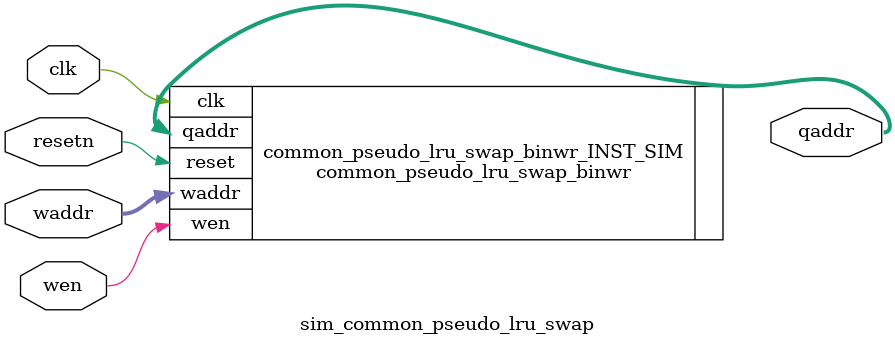
<source format=v>


module sim_common_pseudo_lru_swap (
    input   wire                clk,
    input   wire                resetn,

    input   wire [5:0]          waddr,
    input   wire                wen,

    output  wire [5:0]          qaddr
);

    common_pseudo_lru_swap_binwr #(
        .SUBJECT_COUNT_LOG2(6)
    ) common_pseudo_lru_swap_binwr_INST_SIM (
        .clk    (clk),
        .reset  (resetn),

        .waddr  (waddr),
        .wen    (wen),

        .qaddr  (qaddr)
    );

endmodule

</source>
